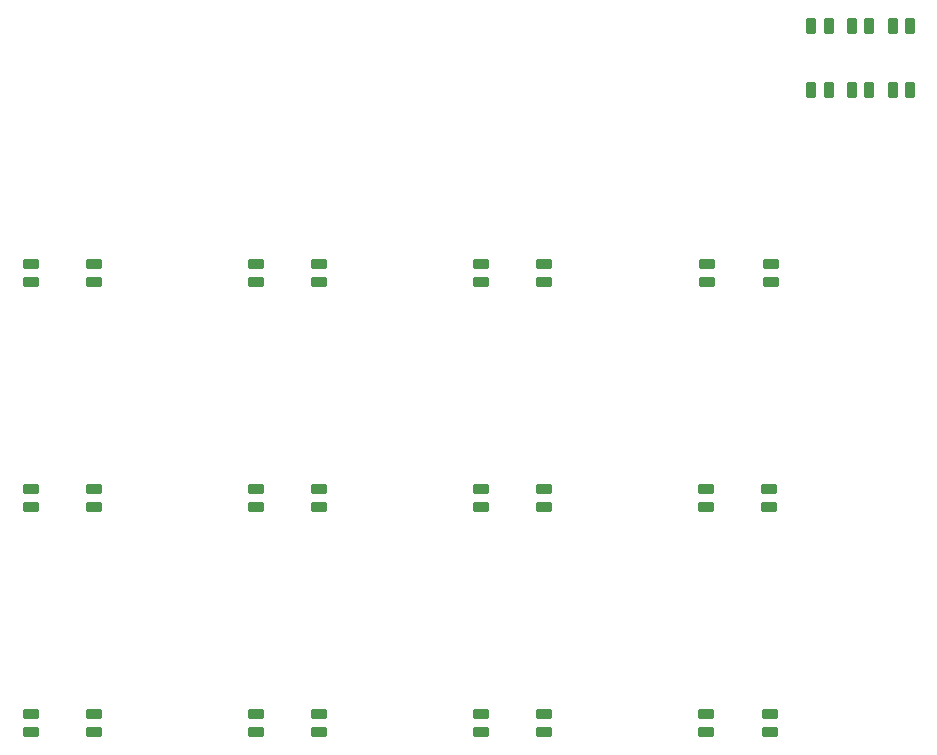
<source format=gbr>
%TF.GenerationSoftware,KiCad,Pcbnew,8.0.6*%
%TF.CreationDate,2025-07-07T10:53:34-04:00*%
%TF.ProjectId,tronzpad,74726f6e-7a70-4616-942e-6b696361645f,rev?*%
%TF.SameCoordinates,Original*%
%TF.FileFunction,Paste,Bot*%
%TF.FilePolarity,Positive*%
%FSLAX46Y46*%
G04 Gerber Fmt 4.6, Leading zero omitted, Abs format (unit mm)*
G04 Created by KiCad (PCBNEW 8.0.6) date 2025-07-07 10:53:34*
%MOMM*%
%LPD*%
G01*
G04 APERTURE LIST*
G04 Aperture macros list*
%AMRoundRect*
0 Rectangle with rounded corners*
0 $1 Rounding radius*
0 $2 $3 $4 $5 $6 $7 $8 $9 X,Y pos of 4 corners*
0 Add a 4 corners polygon primitive as box body*
4,1,4,$2,$3,$4,$5,$6,$7,$8,$9,$2,$3,0*
0 Add four circle primitives for the rounded corners*
1,1,$1+$1,$2,$3*
1,1,$1+$1,$4,$5*
1,1,$1+$1,$6,$7*
1,1,$1+$1,$8,$9*
0 Add four rect primitives between the rounded corners*
20,1,$1+$1,$2,$3,$4,$5,0*
20,1,$1+$1,$4,$5,$6,$7,0*
20,1,$1+$1,$6,$7,$8,$9,0*
20,1,$1+$1,$8,$9,$2,$3,0*%
G04 Aperture macros list end*
%ADD10RoundRect,0.205000X0.495000X0.205000X-0.495000X0.205000X-0.495000X-0.205000X0.495000X-0.205000X0*%
%ADD11RoundRect,0.205000X-0.205000X0.495000X-0.205000X-0.495000X0.205000X-0.495000X0.205000X0.495000X0*%
%ADD12RoundRect,0.205000X-0.495000X-0.205000X0.495000X-0.205000X0.495000X0.205000X-0.495000X0.205000X0*%
G04 APERTURE END LIST*
D10*
%TO.C,D18*%
X107257571Y-104820467D03*
X107257571Y-106320467D03*
X112657571Y-106320467D03*
X112657571Y-104820467D03*
%TD*%
D11*
%TO.C,D24*%
X173333971Y-70973267D03*
X174833971Y-70973267D03*
X174833971Y-65573267D03*
X173333971Y-65573267D03*
%TD*%
D12*
%TO.C,D20*%
X131707171Y-125370067D03*
X131707171Y-123870067D03*
X126307171Y-123870067D03*
X126307171Y-125370067D03*
%TD*%
%TO.C,D13*%
X131707171Y-87270867D03*
X131707171Y-85770867D03*
X126307171Y-85770867D03*
X126307171Y-87270867D03*
%TD*%
%TO.C,D15*%
X169918971Y-87270867D03*
X169918971Y-85770867D03*
X164518971Y-85770867D03*
X164518971Y-87270867D03*
%TD*%
%TO.C,D19*%
X112657571Y-125370067D03*
X112657571Y-123870067D03*
X107257571Y-123870067D03*
X107257571Y-125370067D03*
%TD*%
D11*
%TO.C,D27*%
X180233971Y-70973267D03*
X181733971Y-70973267D03*
X181733971Y-65573267D03*
X180233971Y-65573267D03*
%TD*%
D12*
%TO.C,D14*%
X150756771Y-87270867D03*
X150756771Y-85770867D03*
X145356771Y-85770867D03*
X145356771Y-87270867D03*
%TD*%
D10*
%TO.C,D21*%
X164404971Y-104820467D03*
X164404971Y-106320467D03*
X169804971Y-106320467D03*
X169804971Y-104820467D03*
%TD*%
D12*
%TO.C,D25*%
X112657571Y-87270867D03*
X112657571Y-85770867D03*
X107257571Y-85770867D03*
X107257571Y-87270867D03*
%TD*%
D11*
%TO.C,D26*%
X176783971Y-70973267D03*
X178283971Y-70973267D03*
X178283971Y-65573267D03*
X176783971Y-65573267D03*
%TD*%
D12*
%TO.C,D23*%
X169825000Y-125370067D03*
X169825000Y-123870067D03*
X164425000Y-123870067D03*
X164425000Y-125370067D03*
%TD*%
D10*
%TO.C,D17*%
X126307171Y-104820467D03*
X126307171Y-106320467D03*
X131707171Y-106320467D03*
X131707171Y-104820467D03*
%TD*%
D12*
%TO.C,D22*%
X150756771Y-125370067D03*
X150756771Y-123870067D03*
X145356771Y-123870067D03*
X145356771Y-125370067D03*
%TD*%
D10*
%TO.C,D16*%
X145356771Y-104820467D03*
X145356771Y-106320467D03*
X150756771Y-106320467D03*
X150756771Y-104820467D03*
%TD*%
M02*

</source>
